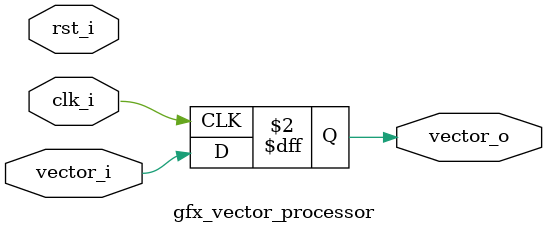
<source format=v>
/*
ORSoC GFX accelerator core
Copyright 2012, ORSoC, Per Lenander, Anton Fosselius.

VECTOR PROCESSING MODULE

 This file is part of orgfx.

 orgfx is free software: you can redistribute it and/or modify
 it under the terms of the GNU Lesser General Public License as published by
 the Free Software Foundation, either version 3 of the License, or
 (at your option) any later version. 

 orgfx is distributed in the hope that it will be useful,
 but WITHOUT ANY WARRANTY; without even the implied warranty of
 MERCHANTABILITY or FITNESS FOR A PARTICULAR PURPOSE.  See the
 GNU Lesser General Public License for more details.

 You should have received a copy of the GNU Lesser General Public License
 along with orgfx.  If not, see <http://www.gnu.org/licenses/>.

*/

/* Stub. TODO */
module gfx_vector_processor(clk_i, rst_i,
	vector_i, vector_o
	);

input clk_i;
input rst_i;

input vector_i;
output reg vector_o;

always @(posedge clk_i)
begin
  vector_o <= #1 vector_i;
end

endmodule


</source>
